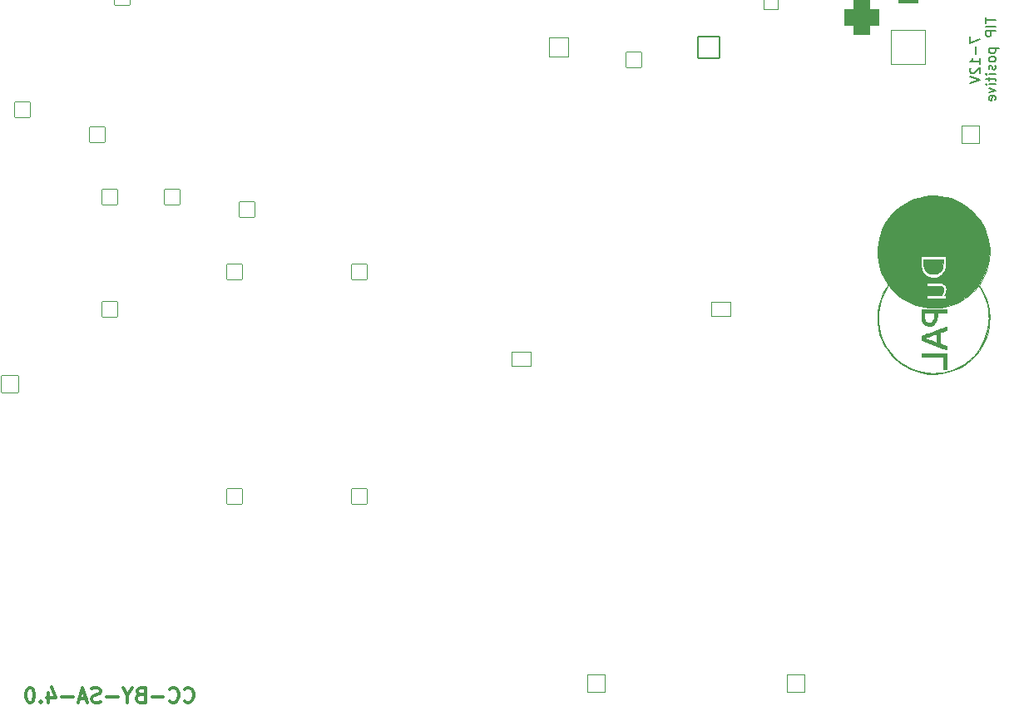
<source format=gbr>
G04 #@! TF.GenerationSoftware,KiCad,Pcbnew,7.0.7*
G04 #@! TF.CreationDate,2023-10-03T16:10:38+02:00*
G04 #@! TF.ProjectId,DuPal_DIP,44755061-6c5f-4444-9950-2e6b69636164,rev?*
G04 #@! TF.SameCoordinates,Original*
G04 #@! TF.FileFunction,Legend,Bot*
G04 #@! TF.FilePolarity,Positive*
%FSLAX46Y46*%
G04 Gerber Fmt 4.6, Leading zero omitted, Abs format (unit mm)*
G04 Created by KiCad (PCBNEW 7.0.7) date 2023-10-03 16:10:38*
%MOMM*%
%LPD*%
G01*
G04 APERTURE LIST*
G04 Aperture macros list*
%AMRoundRect*
0 Rectangle with rounded corners*
0 $1 Rounding radius*
0 $2 $3 $4 $5 $6 $7 $8 $9 X,Y pos of 4 corners*
0 Add a 4 corners polygon primitive as box body*
4,1,4,$2,$3,$4,$5,$6,$7,$8,$9,$2,$3,0*
0 Add four circle primitives for the rounded corners*
1,1,$1+$1,$2,$3*
1,1,$1+$1,$4,$5*
1,1,$1+$1,$6,$7*
1,1,$1+$1,$8,$9*
0 Add four rect primitives between the rounded corners*
20,1,$1+$1,$2,$3,$4,$5,0*
20,1,$1+$1,$4,$5,$6,$7,0*
20,1,$1+$1,$6,$7,$8,$9,0*
20,1,$1+$1,$8,$9,$2,$3,0*%
G04 Aperture macros list end*
%ADD10C,0.300000*%
%ADD11C,0.150000*%
%ADD12C,0.010000*%
%ADD13C,1.702000*%
%ADD14RoundRect,0.051000X-0.800000X-0.800000X0.800000X-0.800000X0.800000X0.800000X-0.800000X0.800000X0*%
%ADD15RoundRect,0.051000X0.800000X-0.800000X0.800000X0.800000X-0.800000X0.800000X-0.800000X-0.800000X0*%
%ADD16RoundRect,0.051000X-0.900000X-0.900000X0.900000X-0.900000X0.900000X0.900000X-0.900000X0.900000X0*%
%ADD17C,1.902000*%
%ADD18RoundRect,0.051000X0.900000X0.900000X-0.900000X0.900000X-0.900000X-0.900000X0.900000X-0.900000X0*%
%ADD19RoundRect,0.051000X-1.100000X-1.100000X1.100000X-1.100000X1.100000X1.100000X-1.100000X1.100000X0*%
%ADD20O,2.302000X2.302000*%
%ADD21RoundRect,0.051000X0.863600X0.863600X-0.863600X0.863600X-0.863600X-0.863600X0.863600X-0.863600X0*%
%ADD22O,1.829200X1.829200*%
%ADD23C,4.102000*%
%ADD24RoundRect,0.051000X0.800000X0.800000X-0.800000X0.800000X-0.800000X-0.800000X0.800000X-0.800000X0*%
%ADD25RoundRect,0.051000X-1.750000X1.750000X-1.750000X-1.750000X1.750000X-1.750000X1.750000X1.750000X0*%
%ADD26RoundRect,0.801000X-1.000000X0.750000X-1.000000X-0.750000X1.000000X-0.750000X1.000000X0.750000X0*%
%ADD27RoundRect,0.926000X-0.875000X0.875000X-0.875000X-0.875000X0.875000X-0.875000X0.875000X0.875000X0*%
%ADD28C,1.502000*%
%ADD29O,1.502000X1.502000*%
%ADD30C,2.102000*%
%ADD31O,2.302000X3.602000*%
%ADD32RoundRect,0.051000X0.750000X1.250000X-0.750000X1.250000X-0.750000X-1.250000X0.750000X-1.250000X0*%
%ADD33O,1.602000X2.602000*%
%ADD34O,1.702000X1.702000*%
%ADD35RoundRect,0.051000X-1.000000X-0.720000X1.000000X-0.720000X1.000000X0.720000X-1.000000X0.720000X0*%
%ADD36O,2.102000X1.542000*%
%ADD37O,3.602000X3.602000*%
%ADD38RoundRect,0.051000X1.000000X-0.952500X1.000000X0.952500X-1.000000X0.952500X-1.000000X-0.952500X0*%
%ADD39O,2.102000X2.007000*%
%ADD40C,1.602000*%
%ADD41C,4.602000*%
G04 APERTURE END LIST*
D10*
X116827142Y-131345471D02*
X116898570Y-131416900D01*
X116898570Y-131416900D02*
X117112856Y-131488328D01*
X117112856Y-131488328D02*
X117255713Y-131488328D01*
X117255713Y-131488328D02*
X117469999Y-131416900D01*
X117469999Y-131416900D02*
X117612856Y-131274042D01*
X117612856Y-131274042D02*
X117684285Y-131131185D01*
X117684285Y-131131185D02*
X117755713Y-130845471D01*
X117755713Y-130845471D02*
X117755713Y-130631185D01*
X117755713Y-130631185D02*
X117684285Y-130345471D01*
X117684285Y-130345471D02*
X117612856Y-130202614D01*
X117612856Y-130202614D02*
X117469999Y-130059757D01*
X117469999Y-130059757D02*
X117255713Y-129988328D01*
X117255713Y-129988328D02*
X117112856Y-129988328D01*
X117112856Y-129988328D02*
X116898570Y-130059757D01*
X116898570Y-130059757D02*
X116827142Y-130131185D01*
X115327142Y-131345471D02*
X115398570Y-131416900D01*
X115398570Y-131416900D02*
X115612856Y-131488328D01*
X115612856Y-131488328D02*
X115755713Y-131488328D01*
X115755713Y-131488328D02*
X115969999Y-131416900D01*
X115969999Y-131416900D02*
X116112856Y-131274042D01*
X116112856Y-131274042D02*
X116184285Y-131131185D01*
X116184285Y-131131185D02*
X116255713Y-130845471D01*
X116255713Y-130845471D02*
X116255713Y-130631185D01*
X116255713Y-130631185D02*
X116184285Y-130345471D01*
X116184285Y-130345471D02*
X116112856Y-130202614D01*
X116112856Y-130202614D02*
X115969999Y-130059757D01*
X115969999Y-130059757D02*
X115755713Y-129988328D01*
X115755713Y-129988328D02*
X115612856Y-129988328D01*
X115612856Y-129988328D02*
X115398570Y-130059757D01*
X115398570Y-130059757D02*
X115327142Y-130131185D01*
X114684285Y-130916900D02*
X113541428Y-130916900D01*
X112327142Y-130702614D02*
X112112856Y-130774042D01*
X112112856Y-130774042D02*
X112041427Y-130845471D01*
X112041427Y-130845471D02*
X111969999Y-130988328D01*
X111969999Y-130988328D02*
X111969999Y-131202614D01*
X111969999Y-131202614D02*
X112041427Y-131345471D01*
X112041427Y-131345471D02*
X112112856Y-131416900D01*
X112112856Y-131416900D02*
X112255713Y-131488328D01*
X112255713Y-131488328D02*
X112827142Y-131488328D01*
X112827142Y-131488328D02*
X112827142Y-129988328D01*
X112827142Y-129988328D02*
X112327142Y-129988328D01*
X112327142Y-129988328D02*
X112184285Y-130059757D01*
X112184285Y-130059757D02*
X112112856Y-130131185D01*
X112112856Y-130131185D02*
X112041427Y-130274042D01*
X112041427Y-130274042D02*
X112041427Y-130416900D01*
X112041427Y-130416900D02*
X112112856Y-130559757D01*
X112112856Y-130559757D02*
X112184285Y-130631185D01*
X112184285Y-130631185D02*
X112327142Y-130702614D01*
X112327142Y-130702614D02*
X112827142Y-130702614D01*
X111041427Y-130774042D02*
X111041427Y-131488328D01*
X111541427Y-129988328D02*
X111041427Y-130774042D01*
X111041427Y-130774042D02*
X110541427Y-129988328D01*
X110041428Y-130916900D02*
X108898571Y-130916900D01*
X108255713Y-131416900D02*
X108041428Y-131488328D01*
X108041428Y-131488328D02*
X107684285Y-131488328D01*
X107684285Y-131488328D02*
X107541428Y-131416900D01*
X107541428Y-131416900D02*
X107469999Y-131345471D01*
X107469999Y-131345471D02*
X107398570Y-131202614D01*
X107398570Y-131202614D02*
X107398570Y-131059757D01*
X107398570Y-131059757D02*
X107469999Y-130916900D01*
X107469999Y-130916900D02*
X107541428Y-130845471D01*
X107541428Y-130845471D02*
X107684285Y-130774042D01*
X107684285Y-130774042D02*
X107969999Y-130702614D01*
X107969999Y-130702614D02*
X108112856Y-130631185D01*
X108112856Y-130631185D02*
X108184285Y-130559757D01*
X108184285Y-130559757D02*
X108255713Y-130416900D01*
X108255713Y-130416900D02*
X108255713Y-130274042D01*
X108255713Y-130274042D02*
X108184285Y-130131185D01*
X108184285Y-130131185D02*
X108112856Y-130059757D01*
X108112856Y-130059757D02*
X107969999Y-129988328D01*
X107969999Y-129988328D02*
X107612856Y-129988328D01*
X107612856Y-129988328D02*
X107398570Y-130059757D01*
X106827142Y-131059757D02*
X106112857Y-131059757D01*
X106969999Y-131488328D02*
X106469999Y-129988328D01*
X106469999Y-129988328D02*
X105969999Y-131488328D01*
X105470000Y-130916900D02*
X104327143Y-130916900D01*
X102970000Y-130488328D02*
X102970000Y-131488328D01*
X103327142Y-129916900D02*
X103684285Y-130988328D01*
X103684285Y-130988328D02*
X102755714Y-130988328D01*
X102184286Y-131345471D02*
X102112857Y-131416900D01*
X102112857Y-131416900D02*
X102184286Y-131488328D01*
X102184286Y-131488328D02*
X102255714Y-131416900D01*
X102255714Y-131416900D02*
X102184286Y-131345471D01*
X102184286Y-131345471D02*
X102184286Y-131488328D01*
X101184285Y-129988328D02*
X101041428Y-129988328D01*
X101041428Y-129988328D02*
X100898571Y-130059757D01*
X100898571Y-130059757D02*
X100827143Y-130131185D01*
X100827143Y-130131185D02*
X100755714Y-130274042D01*
X100755714Y-130274042D02*
X100684285Y-130559757D01*
X100684285Y-130559757D02*
X100684285Y-130916900D01*
X100684285Y-130916900D02*
X100755714Y-131202614D01*
X100755714Y-131202614D02*
X100827143Y-131345471D01*
X100827143Y-131345471D02*
X100898571Y-131416900D01*
X100898571Y-131416900D02*
X101041428Y-131488328D01*
X101041428Y-131488328D02*
X101184285Y-131488328D01*
X101184285Y-131488328D02*
X101327143Y-131416900D01*
X101327143Y-131416900D02*
X101398571Y-131345471D01*
X101398571Y-131345471D02*
X101470000Y-131202614D01*
X101470000Y-131202614D02*
X101541428Y-130916900D01*
X101541428Y-130916900D02*
X101541428Y-130559757D01*
X101541428Y-130559757D02*
X101470000Y-130274042D01*
X101470000Y-130274042D02*
X101398571Y-130131185D01*
X101398571Y-130131185D02*
X101327143Y-130059757D01*
X101327143Y-130059757D02*
X101184285Y-129988328D01*
D11*
X196769819Y-63706667D02*
X196769819Y-64373333D01*
X196769819Y-64373333D02*
X197769819Y-63944762D01*
X197388866Y-64754286D02*
X197388866Y-65516191D01*
X197769819Y-66516190D02*
X197769819Y-65944762D01*
X197769819Y-66230476D02*
X196769819Y-66230476D01*
X196769819Y-66230476D02*
X196912676Y-66135238D01*
X196912676Y-66135238D02*
X197007914Y-66040000D01*
X197007914Y-66040000D02*
X197055533Y-65944762D01*
X196865057Y-66897143D02*
X196817438Y-66944762D01*
X196817438Y-66944762D02*
X196769819Y-67040000D01*
X196769819Y-67040000D02*
X196769819Y-67278095D01*
X196769819Y-67278095D02*
X196817438Y-67373333D01*
X196817438Y-67373333D02*
X196865057Y-67420952D01*
X196865057Y-67420952D02*
X196960295Y-67468571D01*
X196960295Y-67468571D02*
X197055533Y-67468571D01*
X197055533Y-67468571D02*
X197198390Y-67420952D01*
X197198390Y-67420952D02*
X197769819Y-66849524D01*
X197769819Y-66849524D02*
X197769819Y-67468571D01*
X196769819Y-67754286D02*
X197769819Y-68087619D01*
X197769819Y-68087619D02*
X196769819Y-68420952D01*
X198379819Y-61754286D02*
X198379819Y-62325714D01*
X199379819Y-62040000D02*
X198379819Y-62040000D01*
X199379819Y-62659048D02*
X198379819Y-62659048D01*
X199379819Y-63135238D02*
X198379819Y-63135238D01*
X198379819Y-63135238D02*
X198379819Y-63516190D01*
X198379819Y-63516190D02*
X198427438Y-63611428D01*
X198427438Y-63611428D02*
X198475057Y-63659047D01*
X198475057Y-63659047D02*
X198570295Y-63706666D01*
X198570295Y-63706666D02*
X198713152Y-63706666D01*
X198713152Y-63706666D02*
X198808390Y-63659047D01*
X198808390Y-63659047D02*
X198856009Y-63611428D01*
X198856009Y-63611428D02*
X198903628Y-63516190D01*
X198903628Y-63516190D02*
X198903628Y-63135238D01*
X198713152Y-64897143D02*
X199713152Y-64897143D01*
X198760771Y-64897143D02*
X198713152Y-64992381D01*
X198713152Y-64992381D02*
X198713152Y-65182857D01*
X198713152Y-65182857D02*
X198760771Y-65278095D01*
X198760771Y-65278095D02*
X198808390Y-65325714D01*
X198808390Y-65325714D02*
X198903628Y-65373333D01*
X198903628Y-65373333D02*
X199189342Y-65373333D01*
X199189342Y-65373333D02*
X199284580Y-65325714D01*
X199284580Y-65325714D02*
X199332200Y-65278095D01*
X199332200Y-65278095D02*
X199379819Y-65182857D01*
X199379819Y-65182857D02*
X199379819Y-64992381D01*
X199379819Y-64992381D02*
X199332200Y-64897143D01*
X199379819Y-65944762D02*
X199332200Y-65849524D01*
X199332200Y-65849524D02*
X199284580Y-65801905D01*
X199284580Y-65801905D02*
X199189342Y-65754286D01*
X199189342Y-65754286D02*
X198903628Y-65754286D01*
X198903628Y-65754286D02*
X198808390Y-65801905D01*
X198808390Y-65801905D02*
X198760771Y-65849524D01*
X198760771Y-65849524D02*
X198713152Y-65944762D01*
X198713152Y-65944762D02*
X198713152Y-66087619D01*
X198713152Y-66087619D02*
X198760771Y-66182857D01*
X198760771Y-66182857D02*
X198808390Y-66230476D01*
X198808390Y-66230476D02*
X198903628Y-66278095D01*
X198903628Y-66278095D02*
X199189342Y-66278095D01*
X199189342Y-66278095D02*
X199284580Y-66230476D01*
X199284580Y-66230476D02*
X199332200Y-66182857D01*
X199332200Y-66182857D02*
X199379819Y-66087619D01*
X199379819Y-66087619D02*
X199379819Y-65944762D01*
X199332200Y-66659048D02*
X199379819Y-66754286D01*
X199379819Y-66754286D02*
X199379819Y-66944762D01*
X199379819Y-66944762D02*
X199332200Y-67040000D01*
X199332200Y-67040000D02*
X199236961Y-67087619D01*
X199236961Y-67087619D02*
X199189342Y-67087619D01*
X199189342Y-67087619D02*
X199094104Y-67040000D01*
X199094104Y-67040000D02*
X199046485Y-66944762D01*
X199046485Y-66944762D02*
X199046485Y-66801905D01*
X199046485Y-66801905D02*
X198998866Y-66706667D01*
X198998866Y-66706667D02*
X198903628Y-66659048D01*
X198903628Y-66659048D02*
X198856009Y-66659048D01*
X198856009Y-66659048D02*
X198760771Y-66706667D01*
X198760771Y-66706667D02*
X198713152Y-66801905D01*
X198713152Y-66801905D02*
X198713152Y-66944762D01*
X198713152Y-66944762D02*
X198760771Y-67040000D01*
X199379819Y-67516191D02*
X198713152Y-67516191D01*
X198379819Y-67516191D02*
X198427438Y-67468572D01*
X198427438Y-67468572D02*
X198475057Y-67516191D01*
X198475057Y-67516191D02*
X198427438Y-67563810D01*
X198427438Y-67563810D02*
X198379819Y-67516191D01*
X198379819Y-67516191D02*
X198475057Y-67516191D01*
X198713152Y-67849524D02*
X198713152Y-68230476D01*
X198379819Y-67992381D02*
X199236961Y-67992381D01*
X199236961Y-67992381D02*
X199332200Y-68040000D01*
X199332200Y-68040000D02*
X199379819Y-68135238D01*
X199379819Y-68135238D02*
X199379819Y-68230476D01*
X199379819Y-68563810D02*
X198713152Y-68563810D01*
X198379819Y-68563810D02*
X198427438Y-68516191D01*
X198427438Y-68516191D02*
X198475057Y-68563810D01*
X198475057Y-68563810D02*
X198427438Y-68611429D01*
X198427438Y-68611429D02*
X198379819Y-68563810D01*
X198379819Y-68563810D02*
X198475057Y-68563810D01*
X198713152Y-68944762D02*
X199379819Y-69182857D01*
X199379819Y-69182857D02*
X198713152Y-69420952D01*
X199332200Y-70182857D02*
X199379819Y-70087619D01*
X199379819Y-70087619D02*
X199379819Y-69897143D01*
X199379819Y-69897143D02*
X199332200Y-69801905D01*
X199332200Y-69801905D02*
X199236961Y-69754286D01*
X199236961Y-69754286D02*
X198856009Y-69754286D01*
X198856009Y-69754286D02*
X198760771Y-69801905D01*
X198760771Y-69801905D02*
X198713152Y-69897143D01*
X198713152Y-69897143D02*
X198713152Y-70087619D01*
X198713152Y-70087619D02*
X198760771Y-70182857D01*
X198760771Y-70182857D02*
X198856009Y-70230476D01*
X198856009Y-70230476D02*
X198951247Y-70230476D01*
X198951247Y-70230476D02*
X199046485Y-69754286D01*
D12*
X194394667Y-97592445D02*
X194084223Y-97592445D01*
X194084223Y-96294222D01*
X191826445Y-96294222D01*
X191826445Y-95955556D01*
X194394667Y-95955556D01*
X194394667Y-97592445D01*
G36*
X194394667Y-97592445D02*
G01*
X194084223Y-97592445D01*
X194084223Y-96294222D01*
X191826445Y-96294222D01*
X191826445Y-95955556D01*
X194394667Y-95955556D01*
X194394667Y-97592445D01*
G37*
X194027778Y-86711389D02*
X194016809Y-86971775D01*
X193978228Y-87213732D01*
X193909876Y-87413726D01*
X193809701Y-87576058D01*
X193675649Y-87705030D01*
X193505667Y-87804943D01*
X193448712Y-87829038D01*
X193378708Y-87850000D01*
X193296811Y-87862423D01*
X193188189Y-87868366D01*
X193038005Y-87869889D01*
X192967604Y-87869750D01*
X192844230Y-87867525D01*
X192755400Y-87860521D01*
X192685987Y-87846128D01*
X192620869Y-87821732D01*
X192544921Y-87784721D01*
X192517495Y-87769986D01*
X192350420Y-87644641D01*
X192216389Y-87478679D01*
X192122876Y-87281018D01*
X192120043Y-87272269D01*
X192093173Y-87150966D01*
X192072618Y-86982792D01*
X192059451Y-86776278D01*
X192044731Y-86416445D01*
X194027778Y-86416445D01*
X194027778Y-86711389D01*
G36*
X194027778Y-86711389D02*
G01*
X194016809Y-86971775D01*
X193978228Y-87213732D01*
X193909876Y-87413726D01*
X193809701Y-87576058D01*
X193675649Y-87705030D01*
X193505667Y-87804943D01*
X193448712Y-87829038D01*
X193378708Y-87850000D01*
X193296811Y-87862423D01*
X193188189Y-87868366D01*
X193038005Y-87869889D01*
X192967604Y-87869750D01*
X192844230Y-87867525D01*
X192755400Y-87860521D01*
X192685987Y-87846128D01*
X192620869Y-87821732D01*
X192544921Y-87784721D01*
X192517495Y-87769986D01*
X192350420Y-87644641D01*
X192216389Y-87478679D01*
X192122876Y-87281018D01*
X192120043Y-87272269D01*
X192093173Y-87150966D01*
X192072618Y-86982792D01*
X192059451Y-86776278D01*
X192044731Y-86416445D01*
X194027778Y-86416445D01*
X194027778Y-86711389D01*
G37*
X192762478Y-91496445D02*
X194394667Y-91496445D01*
X194394667Y-91835111D01*
X193442732Y-91835111D01*
X193429350Y-92182493D01*
X193423342Y-92312532D01*
X193413488Y-92436062D01*
X193398725Y-92529643D01*
X193376572Y-92608005D01*
X193344547Y-92685878D01*
X193294529Y-92782066D01*
X193165662Y-92950917D01*
X193006419Y-93072518D01*
X192818237Y-93145929D01*
X192602556Y-93170210D01*
X192500309Y-93164928D01*
X192301851Y-93119470D01*
X192135734Y-93028142D01*
X192003202Y-92891762D01*
X191905501Y-92711151D01*
X191898278Y-92692392D01*
X191877602Y-92629600D01*
X191862247Y-92560966D01*
X191851135Y-92476371D01*
X191843190Y-92365695D01*
X191837332Y-92218815D01*
X191835006Y-92126146D01*
X192113029Y-92126146D01*
X192123750Y-92279351D01*
X192146134Y-92423732D01*
X192177541Y-92543457D01*
X192215333Y-92622695D01*
X192323500Y-92728791D01*
X192458444Y-92796400D01*
X192604993Y-92821132D01*
X192752179Y-92804307D01*
X192889032Y-92747246D01*
X193004580Y-92651268D01*
X193087855Y-92517694D01*
X193097580Y-92487755D01*
X193116402Y-92396211D01*
X193132889Y-92275621D01*
X193144314Y-92144042D01*
X193147022Y-92097542D01*
X193151634Y-91980664D01*
X193149327Y-91906934D01*
X193139311Y-91866434D01*
X193120794Y-91849246D01*
X193095549Y-91845615D01*
X193019726Y-91841999D01*
X192905291Y-91839999D01*
X192762478Y-91839767D01*
X192601520Y-91841457D01*
X192122778Y-91849222D01*
X192114186Y-92015806D01*
X192113029Y-92126146D01*
X191835006Y-92126146D01*
X191832483Y-92025611D01*
X191821157Y-91496445D01*
X192762478Y-91496445D01*
G36*
X192762478Y-91496445D02*
G01*
X194394667Y-91496445D01*
X194394667Y-91835111D01*
X193442732Y-91835111D01*
X193429350Y-92182493D01*
X193423342Y-92312532D01*
X193413488Y-92436062D01*
X193398725Y-92529643D01*
X193376572Y-92608005D01*
X193344547Y-92685878D01*
X193294529Y-92782066D01*
X193165662Y-92950917D01*
X193006419Y-93072518D01*
X192818237Y-93145929D01*
X192602556Y-93170210D01*
X192500309Y-93164928D01*
X192301851Y-93119470D01*
X192135734Y-93028142D01*
X192003202Y-92891762D01*
X191905501Y-92711151D01*
X191898278Y-92692392D01*
X191877602Y-92629600D01*
X191862247Y-92560966D01*
X191851135Y-92476371D01*
X191843190Y-92365695D01*
X191837332Y-92218815D01*
X191835006Y-92126146D01*
X192113029Y-92126146D01*
X192123750Y-92279351D01*
X192146134Y-92423732D01*
X192177541Y-92543457D01*
X192215333Y-92622695D01*
X192323500Y-92728791D01*
X192458444Y-92796400D01*
X192604993Y-92821132D01*
X192752179Y-92804307D01*
X192889032Y-92747246D01*
X193004580Y-92651268D01*
X193087855Y-92517694D01*
X193097580Y-92487755D01*
X193116402Y-92396211D01*
X193132889Y-92275621D01*
X193144314Y-92144042D01*
X193147022Y-92097542D01*
X193151634Y-91980664D01*
X193149327Y-91906934D01*
X193139311Y-91866434D01*
X193120794Y-91849246D01*
X193095549Y-91845615D01*
X193019726Y-91841999D01*
X192905291Y-91839999D01*
X192762478Y-91839767D01*
X192601520Y-91841457D01*
X192122778Y-91849222D01*
X192114186Y-92015806D01*
X192113029Y-92126146D01*
X191835006Y-92126146D01*
X191832483Y-92025611D01*
X191821157Y-91496445D01*
X192762478Y-91496445D01*
G37*
X194380556Y-93594933D02*
X194154778Y-93675060D01*
X194133609Y-93682579D01*
X194009891Y-93726750D01*
X193894168Y-93768392D01*
X193809056Y-93799372D01*
X193689111Y-93843557D01*
X193689111Y-94960959D01*
X194041889Y-95084026D01*
X194394667Y-95207092D01*
X194394667Y-95383768D01*
X194392099Y-95467698D01*
X194384452Y-95534170D01*
X194373500Y-95559165D01*
X194344431Y-95549843D01*
X194267463Y-95522997D01*
X194147938Y-95480525D01*
X193991126Y-95424321D01*
X193802298Y-95356281D01*
X193586728Y-95278299D01*
X193349686Y-95192271D01*
X193096445Y-95100092D01*
X191840556Y-94642298D01*
X191832414Y-94413363D01*
X191831987Y-94400716D01*
X192165111Y-94400716D01*
X192165966Y-94402234D01*
X192199576Y-94420350D01*
X192274885Y-94451954D01*
X192381952Y-94493051D01*
X192510834Y-94539647D01*
X192642443Y-94586088D01*
X192815966Y-94647637D01*
X192981984Y-94706825D01*
X193117611Y-94755511D01*
X193378667Y-94849747D01*
X193378667Y-94398411D01*
X193378074Y-94296687D01*
X193375116Y-94159127D01*
X193370097Y-94050449D01*
X193363495Y-93979838D01*
X193355783Y-93956482D01*
X193348208Y-93959345D01*
X193295960Y-93978368D01*
X193201921Y-94012284D01*
X193074087Y-94058219D01*
X192920450Y-94113300D01*
X192749005Y-94174651D01*
X192672236Y-94202248D01*
X192509975Y-94261637D01*
X192370518Y-94314127D01*
X192261479Y-94356768D01*
X192190472Y-94386614D01*
X192165111Y-94400716D01*
X191831987Y-94400716D01*
X191831528Y-94387149D01*
X191830071Y-94280838D01*
X191835415Y-94216371D01*
X191849620Y-94181639D01*
X191874748Y-94164536D01*
X191898089Y-94155760D01*
X191971104Y-94128838D01*
X192085289Y-94086977D01*
X192233769Y-94032682D01*
X192409671Y-93968456D01*
X192606122Y-93896802D01*
X192816247Y-93820226D01*
X193033173Y-93741229D01*
X193250026Y-93662318D01*
X193355783Y-93623863D01*
X193459932Y-93585994D01*
X193656018Y-93514762D01*
X193831409Y-93451126D01*
X193979233Y-93397590D01*
X194092615Y-93356657D01*
X194397342Y-93246945D01*
X194380556Y-93594933D01*
G36*
X194380556Y-93594933D02*
G01*
X194154778Y-93675060D01*
X194133609Y-93682579D01*
X194009891Y-93726750D01*
X193894168Y-93768392D01*
X193809056Y-93799372D01*
X193689111Y-93843557D01*
X193689111Y-94960959D01*
X194041889Y-95084026D01*
X194394667Y-95207092D01*
X194394667Y-95383768D01*
X194392099Y-95467698D01*
X194384452Y-95534170D01*
X194373500Y-95559165D01*
X194344431Y-95549843D01*
X194267463Y-95522997D01*
X194147938Y-95480525D01*
X193991126Y-95424321D01*
X193802298Y-95356281D01*
X193586728Y-95278299D01*
X193349686Y-95192271D01*
X193096445Y-95100092D01*
X191840556Y-94642298D01*
X191832414Y-94413363D01*
X191831987Y-94400716D01*
X192165111Y-94400716D01*
X192165966Y-94402234D01*
X192199576Y-94420350D01*
X192274885Y-94451954D01*
X192381952Y-94493051D01*
X192510834Y-94539647D01*
X192642443Y-94586088D01*
X192815966Y-94647637D01*
X192981984Y-94706825D01*
X193117611Y-94755511D01*
X193378667Y-94849747D01*
X193378667Y-94398411D01*
X193378074Y-94296687D01*
X193375116Y-94159127D01*
X193370097Y-94050449D01*
X193363495Y-93979838D01*
X193355783Y-93956482D01*
X193348208Y-93959345D01*
X193295960Y-93978368D01*
X193201921Y-94012284D01*
X193074087Y-94058219D01*
X192920450Y-94113300D01*
X192749005Y-94174651D01*
X192672236Y-94202248D01*
X192509975Y-94261637D01*
X192370518Y-94314127D01*
X192261479Y-94356768D01*
X192190472Y-94386614D01*
X192165111Y-94400716D01*
X191831987Y-94400716D01*
X191831528Y-94387149D01*
X191830071Y-94280838D01*
X191835415Y-94216371D01*
X191849620Y-94181639D01*
X191874748Y-94164536D01*
X191898089Y-94155760D01*
X191971104Y-94128838D01*
X192085289Y-94086977D01*
X192233769Y-94032682D01*
X192409671Y-93968456D01*
X192606122Y-93896802D01*
X192816247Y-93820226D01*
X193033173Y-93741229D01*
X193250026Y-93662318D01*
X193355783Y-93623863D01*
X193459932Y-93585994D01*
X193656018Y-93514762D01*
X193831409Y-93451126D01*
X193979233Y-93397590D01*
X194092615Y-93356657D01*
X194397342Y-93246945D01*
X194380556Y-93594933D01*
G37*
X193742878Y-79937017D02*
X194272378Y-80024631D01*
X194347144Y-80044365D01*
X194792209Y-80161831D01*
X195298728Y-80348157D01*
X195788298Y-80583150D01*
X196257277Y-80866350D01*
X196702027Y-81197300D01*
X197118906Y-81575539D01*
X197400811Y-81878022D01*
X197750108Y-82322683D01*
X198051759Y-82796058D01*
X198304395Y-83295347D01*
X198506646Y-83817746D01*
X198657141Y-84360453D01*
X198754511Y-84920667D01*
X198782225Y-85207683D01*
X198793318Y-85757871D01*
X198750934Y-86311354D01*
X198655795Y-86860873D01*
X198508620Y-87399165D01*
X198467634Y-87517332D01*
X198367490Y-87769902D01*
X198247600Y-88037346D01*
X198116368Y-88302267D01*
X197982201Y-88547268D01*
X197853505Y-88754954D01*
X197694907Y-88990909D01*
X197861639Y-89248843D01*
X197991425Y-89459822D01*
X198249819Y-89956581D01*
X198459580Y-90478973D01*
X198618899Y-91022118D01*
X198725967Y-91581134D01*
X198729743Y-91608910D01*
X198750989Y-91829743D01*
X198763440Y-92086044D01*
X198767102Y-92360077D01*
X198761981Y-92634104D01*
X198748085Y-92890390D01*
X198725418Y-93111196D01*
X198717061Y-93169893D01*
X198607491Y-93723951D01*
X198446326Y-94258879D01*
X198235786Y-94771607D01*
X197978089Y-95259067D01*
X197675455Y-95718188D01*
X197330102Y-96145902D01*
X196944250Y-96539139D01*
X196520118Y-96894829D01*
X196059925Y-97209904D01*
X195565889Y-97481294D01*
X195340085Y-97585344D01*
X194813882Y-97784263D01*
X194275673Y-97929581D01*
X193729246Y-98021323D01*
X193178385Y-98059513D01*
X192626875Y-98044177D01*
X192078503Y-97975340D01*
X191537054Y-97853025D01*
X191006313Y-97677258D01*
X190490066Y-97448064D01*
X190312205Y-97354353D01*
X189837925Y-97061897D01*
X189395621Y-96725262D01*
X188988320Y-96348061D01*
X188619052Y-95933906D01*
X188290844Y-95486411D01*
X188006726Y-95009186D01*
X187769724Y-94505845D01*
X187582868Y-93980000D01*
X187567634Y-93928294D01*
X187441380Y-93392886D01*
X187368403Y-92848734D01*
X187348280Y-92308856D01*
X187444965Y-92308856D01*
X187465619Y-92835989D01*
X187532098Y-93356420D01*
X187643852Y-93860674D01*
X187800332Y-94339273D01*
X187822381Y-94395495D01*
X188055756Y-94907578D01*
X188334267Y-95388357D01*
X188654994Y-95835547D01*
X189015017Y-96246863D01*
X189411415Y-96620021D01*
X189841268Y-96952737D01*
X190301656Y-97242727D01*
X190789658Y-97487705D01*
X191302354Y-97685388D01*
X191836825Y-97833490D01*
X192390149Y-97929728D01*
X192451919Y-97936496D01*
X192658808Y-97950702D01*
X192898212Y-97957572D01*
X193152802Y-97957280D01*
X193405250Y-97950001D01*
X193638226Y-97935909D01*
X193834404Y-97915180D01*
X194096167Y-97872432D01*
X194641434Y-97741830D01*
X195169046Y-97558062D01*
X195676830Y-97322076D01*
X196162613Y-97034822D01*
X196624223Y-96697248D01*
X196624568Y-96696968D01*
X196763175Y-96577535D01*
X196921921Y-96428732D01*
X197088042Y-96263585D01*
X197248778Y-96095120D01*
X197391364Y-95936361D01*
X197503038Y-95800333D01*
X197682953Y-95551636D01*
X197979704Y-95068734D01*
X198226699Y-94561473D01*
X198422484Y-94033483D01*
X198565600Y-93488393D01*
X198654592Y-92929835D01*
X198661858Y-92852969D01*
X198674302Y-92637869D01*
X198679640Y-92396733D01*
X198677896Y-92150074D01*
X198669091Y-91918400D01*
X198653249Y-91722222D01*
X198615511Y-91455950D01*
X198517225Y-90996815D01*
X198379608Y-90536566D01*
X198207490Y-90088676D01*
X198005702Y-89666618D01*
X197779074Y-89283866D01*
X197714983Y-89188506D01*
X197667079Y-89123634D01*
X197635600Y-89093873D01*
X197613362Y-89092636D01*
X197593183Y-89113330D01*
X197462666Y-89278744D01*
X197267891Y-89496098D01*
X197045736Y-89718821D01*
X196808324Y-89934867D01*
X196567778Y-90132192D01*
X196294145Y-90331006D01*
X195815925Y-90624001D01*
X195314763Y-90867105D01*
X194794447Y-91059404D01*
X194258764Y-91199981D01*
X193711502Y-91287923D01*
X193156448Y-91322312D01*
X192597388Y-91302235D01*
X192038111Y-91226776D01*
X191787050Y-91174164D01*
X191254090Y-91021403D01*
X190738311Y-90817576D01*
X190244317Y-90565473D01*
X189933328Y-90367556D01*
X192390889Y-90367556D01*
X194338223Y-90367556D01*
X194338223Y-90057111D01*
X194109733Y-90057111D01*
X194196898Y-89930421D01*
X194224964Y-89886997D01*
X194283431Y-89781663D01*
X194325254Y-89686984D01*
X194346390Y-89605636D01*
X194362197Y-89471920D01*
X194362873Y-89331384D01*
X194348616Y-89204482D01*
X194319628Y-89111667D01*
X194281181Y-89047175D01*
X194158346Y-88912617D01*
X194001811Y-88822890D01*
X193983031Y-88816027D01*
X193933822Y-88801999D01*
X193873367Y-88791324D01*
X193794135Y-88783566D01*
X193688592Y-88778290D01*
X193549206Y-88775061D01*
X193368446Y-88773443D01*
X193138778Y-88773000D01*
X192405000Y-88773000D01*
X192405000Y-89083445D01*
X193124667Y-89097556D01*
X193259546Y-89100464D01*
X193483258Y-89106963D01*
X193656193Y-89114718D01*
X193782102Y-89123972D01*
X193864732Y-89134964D01*
X193907834Y-89147937D01*
X193984866Y-89213448D01*
X194043442Y-89324931D01*
X194064170Y-89464211D01*
X194045981Y-89622689D01*
X193987807Y-89791770D01*
X193963312Y-89846319D01*
X193932261Y-89913438D01*
X193901793Y-89964628D01*
X193864780Y-90002034D01*
X193814097Y-90027800D01*
X193742616Y-90044072D01*
X193643210Y-90052994D01*
X193508754Y-90056711D01*
X193332120Y-90057369D01*
X193106182Y-90057111D01*
X192390889Y-90057111D01*
X192390889Y-90367556D01*
X189933328Y-90367556D01*
X189776713Y-90267884D01*
X189340103Y-89927599D01*
X188939093Y-89547409D01*
X188578287Y-89130105D01*
X188505130Y-89036292D01*
X188342919Y-89285646D01*
X188123298Y-89658878D01*
X187916435Y-90087586D01*
X187741609Y-90536489D01*
X187606237Y-90988445D01*
X187543328Y-91272401D01*
X187470685Y-91784502D01*
X187444965Y-92308856D01*
X187348280Y-92308856D01*
X187347978Y-92300747D01*
X187379378Y-91753837D01*
X187461877Y-91212914D01*
X187594750Y-90682886D01*
X187777270Y-90168666D01*
X188008713Y-89675163D01*
X188288352Y-89207287D01*
X188356153Y-89102575D01*
X188403724Y-89017864D01*
X188423065Y-88962652D01*
X188417828Y-88929096D01*
X188358754Y-88836729D01*
X188192402Y-88568022D01*
X188053927Y-88327876D01*
X187937505Y-88104661D01*
X187837311Y-87886744D01*
X187747521Y-87662494D01*
X187662312Y-87420281D01*
X187541562Y-87006673D01*
X187430920Y-86455120D01*
X187392970Y-86077778D01*
X191770000Y-86077778D01*
X191770490Y-86578722D01*
X191770671Y-86630311D01*
X191777864Y-86914759D01*
X191797111Y-87152511D01*
X191830609Y-87351251D01*
X191880557Y-87518664D01*
X191949150Y-87662434D01*
X192038586Y-87790246D01*
X192151061Y-87909784D01*
X192167250Y-87924805D01*
X192368757Y-88072430D01*
X192405000Y-88089016D01*
X192594212Y-88175605D01*
X192835000Y-88234512D01*
X193082506Y-88249333D01*
X193328115Y-88220249D01*
X193563213Y-88147444D01*
X193779184Y-88031099D01*
X193967413Y-87871395D01*
X193972417Y-87866084D01*
X194105805Y-87702394D01*
X194200178Y-87530669D01*
X194268508Y-87327472D01*
X194271510Y-87315312D01*
X194289794Y-87206500D01*
X194305934Y-87049669D01*
X194319305Y-86852096D01*
X194329279Y-86621056D01*
X194347144Y-86077778D01*
X191770000Y-86077778D01*
X187392970Y-86077778D01*
X187375047Y-85899574D01*
X187373548Y-85343727D01*
X187426028Y-84791268D01*
X187532093Y-84245890D01*
X187691349Y-83711284D01*
X187903401Y-83191139D01*
X188167855Y-82689149D01*
X188373580Y-82371058D01*
X188505130Y-82200202D01*
X188672862Y-81982355D01*
X189010894Y-81610850D01*
X189377863Y-81266354D01*
X189763959Y-80958678D01*
X190159371Y-80697633D01*
X190566643Y-80478338D01*
X191077724Y-80258797D01*
X191600975Y-80091597D01*
X192132756Y-79976278D01*
X192669427Y-79912381D01*
X193207348Y-79899447D01*
X193742878Y-79937017D01*
G36*
X193742878Y-79937017D02*
G01*
X194272378Y-80024631D01*
X194347144Y-80044365D01*
X194792209Y-80161831D01*
X195298728Y-80348157D01*
X195788298Y-80583150D01*
X196257277Y-80866350D01*
X196702027Y-81197300D01*
X197118906Y-81575539D01*
X197400811Y-81878022D01*
X197750108Y-82322683D01*
X198051759Y-82796058D01*
X198304395Y-83295347D01*
X198506646Y-83817746D01*
X198657141Y-84360453D01*
X198754511Y-84920667D01*
X198782225Y-85207683D01*
X198793318Y-85757871D01*
X198750934Y-86311354D01*
X198655795Y-86860873D01*
X198508620Y-87399165D01*
X198467634Y-87517332D01*
X198367490Y-87769902D01*
X198247600Y-88037346D01*
X198116368Y-88302267D01*
X197982201Y-88547268D01*
X197853505Y-88754954D01*
X197694907Y-88990909D01*
X197861639Y-89248843D01*
X197991425Y-89459822D01*
X198249819Y-89956581D01*
X198459580Y-90478973D01*
X198618899Y-91022118D01*
X198725967Y-91581134D01*
X198729743Y-91608910D01*
X198750989Y-91829743D01*
X198763440Y-92086044D01*
X198767102Y-92360077D01*
X198761981Y-92634104D01*
X198748085Y-92890390D01*
X198725418Y-93111196D01*
X198717061Y-93169893D01*
X198607491Y-93723951D01*
X198446326Y-94258879D01*
X198235786Y-94771607D01*
X197978089Y-95259067D01*
X197675455Y-95718188D01*
X197330102Y-96145902D01*
X196944250Y-96539139D01*
X196520118Y-96894829D01*
X196059925Y-97209904D01*
X195565889Y-97481294D01*
X195340085Y-97585344D01*
X194813882Y-97784263D01*
X194275673Y-97929581D01*
X193729246Y-98021323D01*
X193178385Y-98059513D01*
X192626875Y-98044177D01*
X192078503Y-97975340D01*
X191537054Y-97853025D01*
X191006313Y-97677258D01*
X190490066Y-97448064D01*
X190312205Y-97354353D01*
X189837925Y-97061897D01*
X189395621Y-96725262D01*
X188988320Y-96348061D01*
X188619052Y-95933906D01*
X188290844Y-95486411D01*
X188006726Y-95009186D01*
X187769724Y-94505845D01*
X187582868Y-93980000D01*
X187567634Y-93928294D01*
X187441380Y-93392886D01*
X187368403Y-92848734D01*
X187348280Y-92308856D01*
X187444965Y-92308856D01*
X187465619Y-92835989D01*
X187532098Y-93356420D01*
X187643852Y-93860674D01*
X187800332Y-94339273D01*
X187822381Y-94395495D01*
X188055756Y-94907578D01*
X188334267Y-95388357D01*
X188654994Y-95835547D01*
X189015017Y-96246863D01*
X189411415Y-96620021D01*
X189841268Y-96952737D01*
X190301656Y-97242727D01*
X190789658Y-97487705D01*
X191302354Y-97685388D01*
X191836825Y-97833490D01*
X192390149Y-97929728D01*
X192451919Y-97936496D01*
X192658808Y-97950702D01*
X192898212Y-97957572D01*
X193152802Y-97957280D01*
X193405250Y-97950001D01*
X193638226Y-97935909D01*
X193834404Y-97915180D01*
X194096167Y-97872432D01*
X194641434Y-97741830D01*
X195169046Y-97558062D01*
X195676830Y-97322076D01*
X196162613Y-97034822D01*
X196624223Y-96697248D01*
X196624568Y-96696968D01*
X196763175Y-96577535D01*
X196921921Y-96428732D01*
X197088042Y-96263585D01*
X197248778Y-96095120D01*
X197391364Y-95936361D01*
X197503038Y-95800333D01*
X197682953Y-95551636D01*
X197979704Y-95068734D01*
X198226699Y-94561473D01*
X198422484Y-94033483D01*
X198565600Y-93488393D01*
X198654592Y-92929835D01*
X198661858Y-92852969D01*
X198674302Y-92637869D01*
X198679640Y-92396733D01*
X198677896Y-92150074D01*
X198669091Y-91918400D01*
X198653249Y-91722222D01*
X198615511Y-91455950D01*
X198517225Y-90996815D01*
X198379608Y-90536566D01*
X198207490Y-90088676D01*
X198005702Y-89666618D01*
X197779074Y-89283866D01*
X197714983Y-89188506D01*
X197667079Y-89123634D01*
X197635600Y-89093873D01*
X197613362Y-89092636D01*
X197593183Y-89113330D01*
X197462666Y-89278744D01*
X197267891Y-89496098D01*
X197045736Y-89718821D01*
X196808324Y-89934867D01*
X196567778Y-90132192D01*
X196294145Y-90331006D01*
X195815925Y-90624001D01*
X195314763Y-90867105D01*
X194794447Y-91059404D01*
X194258764Y-91199981D01*
X193711502Y-91287923D01*
X193156448Y-91322312D01*
X192597388Y-91302235D01*
X192038111Y-91226776D01*
X191787050Y-91174164D01*
X191254090Y-91021403D01*
X190738311Y-90817576D01*
X190244317Y-90565473D01*
X189933328Y-90367556D01*
X192390889Y-90367556D01*
X194338223Y-90367556D01*
X194338223Y-90057111D01*
X194109733Y-90057111D01*
X194196898Y-89930421D01*
X194224964Y-89886997D01*
X194283431Y-89781663D01*
X194325254Y-89686984D01*
X194346390Y-89605636D01*
X194362197Y-89471920D01*
X194362873Y-89331384D01*
X194348616Y-89204482D01*
X194319628Y-89111667D01*
X194281181Y-89047175D01*
X194158346Y-88912617D01*
X194001811Y-88822890D01*
X193983031Y-88816027D01*
X193933822Y-88801999D01*
X193873367Y-88791324D01*
X193794135Y-88783566D01*
X193688592Y-88778290D01*
X193549206Y-88775061D01*
X193368446Y-88773443D01*
X193138778Y-88773000D01*
X192405000Y-88773000D01*
X192405000Y-89083445D01*
X193124667Y-89097556D01*
X193259546Y-89100464D01*
X193483258Y-89106963D01*
X193656193Y-89114718D01*
X193782102Y-89123972D01*
X193864732Y-89134964D01*
X193907834Y-89147937D01*
X193984866Y-89213448D01*
X194043442Y-89324931D01*
X194064170Y-89464211D01*
X194045981Y-89622689D01*
X193987807Y-89791770D01*
X193963312Y-89846319D01*
X193932261Y-89913438D01*
X193901793Y-89964628D01*
X193864780Y-90002034D01*
X193814097Y-90027800D01*
X193742616Y-90044072D01*
X193643210Y-90052994D01*
X193508754Y-90056711D01*
X193332120Y-90057369D01*
X193106182Y-90057111D01*
X192390889Y-90057111D01*
X192390889Y-90367556D01*
X189933328Y-90367556D01*
X189776713Y-90267884D01*
X189340103Y-89927599D01*
X188939093Y-89547409D01*
X188578287Y-89130105D01*
X188505130Y-89036292D01*
X188342919Y-89285646D01*
X188123298Y-89658878D01*
X187916435Y-90087586D01*
X187741609Y-90536489D01*
X187606237Y-90988445D01*
X187543328Y-91272401D01*
X187470685Y-91784502D01*
X187444965Y-92308856D01*
X187348280Y-92308856D01*
X187347978Y-92300747D01*
X187379378Y-91753837D01*
X187461877Y-91212914D01*
X187594750Y-90682886D01*
X187777270Y-90168666D01*
X188008713Y-89675163D01*
X188288352Y-89207287D01*
X188356153Y-89102575D01*
X188403724Y-89017864D01*
X188423065Y-88962652D01*
X188417828Y-88929096D01*
X188358754Y-88836729D01*
X188192402Y-88568022D01*
X188053927Y-88327876D01*
X187937505Y-88104661D01*
X187837311Y-87886744D01*
X187747521Y-87662494D01*
X187662312Y-87420281D01*
X187541562Y-87006673D01*
X187430920Y-86455120D01*
X187392970Y-86077778D01*
X191770000Y-86077778D01*
X191770490Y-86578722D01*
X191770671Y-86630311D01*
X191777864Y-86914759D01*
X191797111Y-87152511D01*
X191830609Y-87351251D01*
X191880557Y-87518664D01*
X191949150Y-87662434D01*
X192038586Y-87790246D01*
X192151061Y-87909784D01*
X192167250Y-87924805D01*
X192368757Y-88072430D01*
X192405000Y-88089016D01*
X192594212Y-88175605D01*
X192835000Y-88234512D01*
X193082506Y-88249333D01*
X193328115Y-88220249D01*
X193563213Y-88147444D01*
X193779184Y-88031099D01*
X193967413Y-87871395D01*
X193972417Y-87866084D01*
X194105805Y-87702394D01*
X194200178Y-87530669D01*
X194268508Y-87327472D01*
X194271510Y-87315312D01*
X194289794Y-87206500D01*
X194305934Y-87049669D01*
X194319305Y-86852096D01*
X194329279Y-86621056D01*
X194347144Y-86077778D01*
X191770000Y-86077778D01*
X187392970Y-86077778D01*
X187375047Y-85899574D01*
X187373548Y-85343727D01*
X187426028Y-84791268D01*
X187532093Y-84245890D01*
X187691349Y-83711284D01*
X187903401Y-83191139D01*
X188167855Y-82689149D01*
X188373580Y-82371058D01*
X188505130Y-82200202D01*
X188672862Y-81982355D01*
X189010894Y-81610850D01*
X189377863Y-81266354D01*
X189763959Y-80958678D01*
X190159371Y-80697633D01*
X190566643Y-80478338D01*
X191077724Y-80258797D01*
X191600975Y-80091597D01*
X192132756Y-79976278D01*
X192669427Y-79912381D01*
X193207348Y-79899447D01*
X193742878Y-79937017D01*
G37*
%LPC*%
D13*
X93980000Y-118110000D03*
X93980000Y-115610000D03*
X93980000Y-120650000D03*
X93980000Y-123150000D03*
X130810000Y-71120000D03*
X130810000Y-68620000D03*
D14*
X109220000Y-80010000D03*
D13*
X111720000Y-80010000D03*
D14*
X115570000Y-80010000D03*
D13*
X118070000Y-80010000D03*
D15*
X100330000Y-71120000D03*
D13*
X100330000Y-68620000D03*
D15*
X123190000Y-81280000D03*
D13*
X123190000Y-78780000D03*
X125730000Y-95250000D03*
X125730000Y-97750000D03*
X113030000Y-114300000D03*
X113030000Y-116800000D03*
X115570000Y-69850000D03*
X118070000Y-69850000D03*
X125730000Y-118110000D03*
X125730000Y-120610000D03*
X185420000Y-121920000D03*
X185420000Y-124420000D03*
X158750000Y-59690000D03*
X161250000Y-59690000D03*
D15*
X162560000Y-66040000D03*
D13*
X162560000Y-63540000D03*
D16*
X95250000Y-110490000D03*
D17*
X97790000Y-110490000D03*
D18*
X196850000Y-73660000D03*
D17*
X194310000Y-73660000D03*
D19*
X170180000Y-64770000D03*
D20*
X180340000Y-64770000D03*
D21*
X99060000Y-99060000D03*
D22*
X96520000Y-99060000D03*
X99060000Y-96520000D03*
X96520000Y-96520000D03*
X99060000Y-93980000D03*
X96520000Y-93980000D03*
D23*
X128530000Y-59390000D03*
X103530000Y-59390000D03*
D24*
X110490000Y-59690000D03*
D13*
X113260000Y-59690000D03*
X116030000Y-59690000D03*
X118800000Y-59690000D03*
X121570000Y-59690000D03*
X111875000Y-56850000D03*
X114645000Y-56850000D03*
X117415000Y-56850000D03*
X120185000Y-56850000D03*
D25*
X190500000Y-64770000D03*
D26*
X190500000Y-58770000D03*
D27*
X185800000Y-61770000D03*
D28*
X198120000Y-107950000D03*
D29*
X190500000Y-107950000D03*
D28*
X198120000Y-110490000D03*
D29*
X190500000Y-110490000D03*
D28*
X198120000Y-113030000D03*
D29*
X190500000Y-113030000D03*
D28*
X190500000Y-115570000D03*
D29*
X198120000Y-115570000D03*
D28*
X198120000Y-118110000D03*
D29*
X190500000Y-118110000D03*
D28*
X198120000Y-120650000D03*
D29*
X190500000Y-120650000D03*
D28*
X198120000Y-105410000D03*
D29*
X190500000Y-105410000D03*
D28*
X190500000Y-123190000D03*
D29*
X198120000Y-123190000D03*
D28*
X190500000Y-102870000D03*
D29*
X198120000Y-102870000D03*
D28*
X93980000Y-106680000D03*
D29*
X101600000Y-106680000D03*
D28*
X194310000Y-68580000D03*
D29*
X186690000Y-68580000D03*
D28*
X104140000Y-123190000D03*
D29*
X104140000Y-115570000D03*
D30*
X95250000Y-86360000D03*
X95250000Y-79860000D03*
X99750000Y-86360000D03*
X99750000Y-79860000D03*
D31*
X178630000Y-59690000D03*
X170430000Y-59690000D03*
D32*
X176530000Y-59690000D03*
D33*
X174530000Y-59690000D03*
X172530000Y-59690000D03*
D14*
X109220000Y-91440000D03*
D34*
X109220000Y-93980000D03*
X109220000Y-96520000D03*
X109220000Y-99060000D03*
X109220000Y-101600000D03*
X109220000Y-104140000D03*
X109220000Y-106680000D03*
X109220000Y-109220000D03*
X109220000Y-111760000D03*
X109220000Y-114300000D03*
X109220000Y-116840000D03*
X109220000Y-119380000D03*
X109220000Y-121920000D03*
X109220000Y-124460000D03*
X116840000Y-124460000D03*
X116840000Y-121920000D03*
X116840000Y-119380000D03*
X116840000Y-116840000D03*
X116840000Y-114300000D03*
X116840000Y-111760000D03*
X116840000Y-109220000D03*
X116840000Y-106680000D03*
X116840000Y-104140000D03*
X116840000Y-101600000D03*
X116840000Y-99060000D03*
X116840000Y-96520000D03*
X116840000Y-93980000D03*
X116840000Y-91440000D03*
D14*
X121920000Y-87630000D03*
D34*
X121920000Y-90170000D03*
X121920000Y-92710000D03*
X121920000Y-95250000D03*
X121920000Y-97790000D03*
X121920000Y-100330000D03*
X121920000Y-102870000D03*
X121920000Y-105410000D03*
X129540000Y-105410000D03*
X129540000Y-102870000D03*
X129540000Y-100330000D03*
X129540000Y-97790000D03*
X129540000Y-95250000D03*
X129540000Y-92710000D03*
X129540000Y-90170000D03*
X129540000Y-87630000D03*
D14*
X121920000Y-110490000D03*
D34*
X121920000Y-113030000D03*
X121920000Y-115570000D03*
X121920000Y-118110000D03*
X121920000Y-120650000D03*
X121920000Y-123190000D03*
X121920000Y-125730000D03*
X121920000Y-128270000D03*
X129540000Y-128270000D03*
X129540000Y-125730000D03*
X129540000Y-123190000D03*
X129540000Y-120650000D03*
X129540000Y-118110000D03*
X129540000Y-115570000D03*
X129540000Y-113030000D03*
X129540000Y-110490000D03*
D35*
X151130000Y-96520000D03*
D36*
X151130000Y-99060000D03*
X151130000Y-101600000D03*
X151130000Y-104140000D03*
X151130000Y-106680000D03*
X151130000Y-109220000D03*
X151130000Y-111760000D03*
X151130000Y-114300000D03*
X151130000Y-116840000D03*
X151130000Y-119380000D03*
X158750000Y-119380000D03*
X158750000Y-116840000D03*
X158750000Y-114300000D03*
X158750000Y-111760000D03*
X158750000Y-109220000D03*
X158750000Y-106680000D03*
X158750000Y-104140000D03*
X158750000Y-101600000D03*
X158750000Y-99060000D03*
X158750000Y-96520000D03*
D15*
X107950000Y-73660000D03*
D34*
X110490000Y-73660000D03*
X113030000Y-73660000D03*
X115570000Y-73660000D03*
X118110000Y-73660000D03*
X120650000Y-73660000D03*
X123190000Y-73660000D03*
X125730000Y-73660000D03*
X125730000Y-66040000D03*
X123190000Y-66040000D03*
X120650000Y-66040000D03*
X118110000Y-66040000D03*
X115570000Y-66040000D03*
X113030000Y-66040000D03*
X110490000Y-66040000D03*
X107950000Y-66040000D03*
D37*
X138280000Y-62230000D03*
D38*
X154940000Y-64770000D03*
D39*
X154940000Y-62230000D03*
X154940000Y-59690000D03*
D40*
X99060000Y-121920000D03*
X99060000Y-117040000D03*
D13*
X165100000Y-121920000D03*
X165100000Y-124420000D03*
X138430000Y-118110000D03*
X138430000Y-120610000D03*
X138430000Y-95250000D03*
X138430000Y-97750000D03*
D16*
X158750000Y-129540000D03*
D17*
X161290000Y-129540000D03*
D16*
X179070000Y-129540000D03*
D17*
X181610000Y-129540000D03*
D28*
X154940000Y-129540000D03*
D29*
X147320000Y-129540000D03*
D28*
X175260000Y-129540000D03*
D29*
X167640000Y-129540000D03*
D14*
X134620000Y-87630000D03*
D34*
X134620000Y-90170000D03*
X134620000Y-92710000D03*
X134620000Y-95250000D03*
X134620000Y-97790000D03*
X134620000Y-100330000D03*
X134620000Y-102870000D03*
X134620000Y-105410000D03*
X142240000Y-105410000D03*
X142240000Y-102870000D03*
X142240000Y-100330000D03*
X142240000Y-97790000D03*
X142240000Y-95250000D03*
X142240000Y-92710000D03*
X142240000Y-90170000D03*
X142240000Y-87630000D03*
D14*
X134620000Y-110490000D03*
D34*
X134620000Y-113030000D03*
X134620000Y-115570000D03*
X134620000Y-118110000D03*
X134620000Y-120650000D03*
X134620000Y-123190000D03*
X134620000Y-125730000D03*
X134620000Y-128270000D03*
X142240000Y-128270000D03*
X142240000Y-125730000D03*
X142240000Y-123190000D03*
X142240000Y-120650000D03*
X142240000Y-118110000D03*
X142240000Y-115570000D03*
X142240000Y-113030000D03*
X142240000Y-110490000D03*
D35*
X171450000Y-91440000D03*
D36*
X171450000Y-93980000D03*
X171450000Y-96520000D03*
X171450000Y-99060000D03*
X171450000Y-101600000D03*
X171450000Y-104140000D03*
X171450000Y-106680000D03*
X171450000Y-109220000D03*
X171450000Y-111760000D03*
X171450000Y-114300000D03*
X171450000Y-116840000D03*
X171450000Y-119380000D03*
X179070000Y-119380000D03*
X179070000Y-116840000D03*
X179070000Y-114300000D03*
X179070000Y-111760000D03*
X179070000Y-109220000D03*
X179070000Y-106680000D03*
X179070000Y-104140000D03*
X179070000Y-101600000D03*
X179070000Y-99060000D03*
X179070000Y-96520000D03*
X179070000Y-93980000D03*
X179070000Y-91440000D03*
D41*
X95250000Y-58420000D03*
X200660000Y-58420000D03*
X95250000Y-129540000D03*
X200660000Y-129540000D03*
%LPD*%
M02*

</source>
